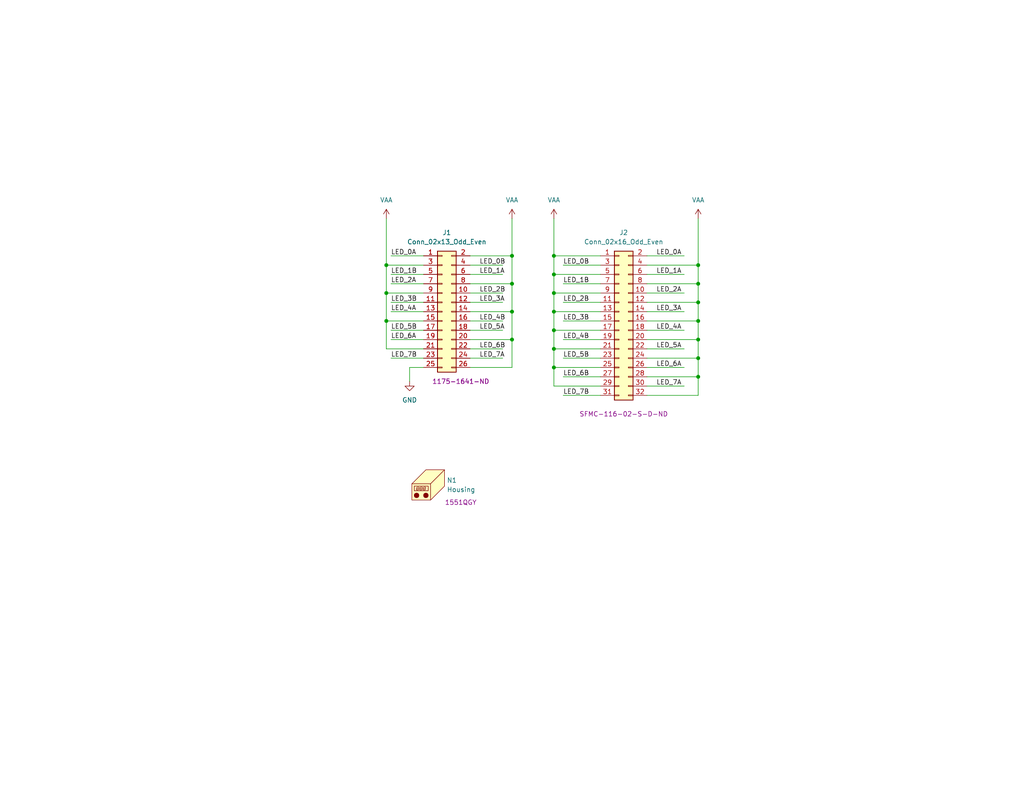
<source format=kicad_sch>
(kicad_sch (version 20230121) (generator eeschema)
  (paper "USLetter")
  (lib_symbols
    (symbol "Connector_Generic:Conn_02x13_Odd_Even" (pin_names (offset 1.016) hide)
      (property "Reference" "J" (at 1.27 17.78 0))
      (property "Value" "Conn_02x13_Odd_Even" (at 1.27 -17.78 0))
      (symbol "Conn_02x13_Odd_Even_1_1"
        (rectangle (start -1.27 -15.113) (end 0 -15.367) (stroke (width 0.1524)))
        (rectangle (start -1.27 -12.573) (end 0 -12.827) (stroke (width 0.1524)))
        (rectangle (start -1.27 -10.033) (end 0 -10.287) (stroke (width 0.1524)))
        (rectangle (start -1.27 -7.493) (end 0 -7.747) (stroke (width 0.1524)))
        (rectangle (start -1.27 -4.953) (end 0 -5.207) (stroke (width 0.1524)))
        (rectangle (start -1.27 -2.413) (end 0 -2.667) (stroke (width 0.1524)))
        (rectangle (start -1.27 0.127) (end 0 -0.127) (stroke (width 0.1524)))
        (rectangle (start -1.27 2.667) (end 0 2.413) (stroke (width 0.1524)))
        (rectangle (start -1.27 5.207) (end 0 4.953) (stroke (width 0.1524)))
        (rectangle (start -1.27 7.747) (end 0 7.493) (stroke (width 0.1524)))
        (rectangle (start -1.27 10.287) (end 0 10.033) (stroke (width 0.1524)))
        (rectangle (start -1.27 12.827) (end 0 12.573) (stroke (width 0.1524)))
        (rectangle (start -1.27 15.367) (end 0 15.113) (stroke (width 0.1524)))
        (rectangle (start -1.27 16.51) (end 3.81 -16.51) (stroke (width 0.254)) (fill (type background)))
        (rectangle (start 3.81 -15.113) (end 2.54 -15.367) (stroke (width 0.1524)))
        (rectangle (start 3.81 -12.573) (end 2.54 -12.827) (stroke (width 0.1524)))
        (rectangle (start 3.81 -10.033) (end 2.54 -10.287) (stroke (width 0.1524)))
        (rectangle (start 3.81 -7.493) (end 2.54 -7.747) (stroke (width 0.1524)))
        (rectangle (start 3.81 -4.953) (end 2.54 -5.207) (stroke (width 0.1524)))
        (rectangle (start 3.81 -2.413) (end 2.54 -2.667) (stroke (width 0.1524)))
        (rectangle (start 3.81 0.127) (end 2.54 -0.127) (stroke (width 0.1524)))
        (rectangle (start 3.81 2.667) (end 2.54 2.413) (stroke (width 0.1524)))
        (rectangle (start 3.81 5.207) (end 2.54 4.953) (stroke (width 0.1524)))
        (rectangle (start 3.81 7.747) (end 2.54 7.493) (stroke (width 0.1524)))
        (rectangle (start 3.81 10.287) (end 2.54 10.033) (stroke (width 0.1524)))
        (rectangle (start 3.81 12.827) (end 2.54 12.573) (stroke (width 0.1524)))
        (rectangle (start 3.81 15.367) (end 2.54 15.113) (stroke (width 0.1524)))
        (pin passive line (at -5.08 15.24 0) (length 3.81) (name "Pin_1") (number "1"))
        (pin passive line (at 7.62 5.08 180) (length 3.81) (name "Pin_10") (number "10"))
        (pin passive line (at -5.08 2.54 0) (length 3.81) (name "Pin_11") (number "11"))
        (pin passive line (at 7.62 2.54 180) (length 3.81) (name "Pin_12") (number "12"))
        (pin passive line (at -5.08 0 0) (length 3.81) (name "Pin_13") (number "13"))
        (pin passive line (at 7.62 0 180) (length 3.81) (name "Pin_14") (number "14"))
        (pin passive line (at -5.08 -2.54 0) (length 3.81) (name "Pin_15") (number "15"))
        (pin passive line (at 7.62 -2.54 180) (length 3.81) (name "Pin_16") (number "16"))
        (pin passive line (at -5.08 -5.08 0) (length 3.81) (name "Pin_17") (number "17"))
        (pin passive line (at 7.62 -5.08 180) (length 3.81) (name "Pin_18") (number "18"))
        (pin passive line (at -5.08 -7.62 0) (length 3.81) (name "Pin_19") (number "19"))
        (pin passive line (at 7.62 15.24 180) (length 3.81) (name "Pin_2") (number "2"))
        (pin passive line (at 7.62 -7.62 180) (length 3.81) (name "Pin_20") (number "20"))
        (pin passive line (at -5.08 -10.16 0) (length 3.81) (name "Pin_21") (number "21"))
        (pin passive line (at 7.62 -10.16 180) (length 3.81) (name "Pin_22") (number "22"))
        (pin passive line (at -5.08 -12.7 0) (length 3.81) (name "Pin_23") (number "23"))
        (pin passive line (at 7.62 -12.7 180) (length 3.81) (name "Pin_24") (number "24"))
        (pin passive line (at -5.08 -15.24 0) (length 3.81) (name "Pin_25") (number "25"))
        (pin passive line (at 7.62 -15.24 180) (length 3.81) (name "Pin_26") (number "26"))
        (pin passive line (at -5.08 12.7 0) (length 3.81) (name "Pin_3") (number "3"))
        (pin passive line (at 7.62 12.7 180) (length 3.81) (name "Pin_4") (number "4"))
        (pin passive line (at -5.08 10.16 0) (length 3.81) (name "Pin_5") (number "5"))
        (pin passive line (at 7.62 10.16 180) (length 3.81) (name "Pin_6") (number "6"))
        (pin passive line (at -5.08 7.62 0) (length 3.81) (name "Pin_7") (number "7"))
        (pin passive line (at 7.62 7.62 180) (length 3.81) (name "Pin_8") (number "8"))
        (pin passive line (at -5.08 5.08 0) (length 3.81) (name "Pin_9") (number "9"))
      )
    )
    (symbol "Connector_Generic:Conn_02x16_Odd_Even" (pin_names (offset 1.016) hide)
      (property "Reference" "J" (at 1.27 20.32 0))
      (property "Value" "Conn_02x16_Odd_Even" (at 1.27 -22.86 0))
      (symbol "Conn_02x16_Odd_Even_1_1"
        (rectangle (start -1.27 -20.193) (end 0 -20.447) (stroke (width 0.1524)))
        (rectangle (start -1.27 -17.653) (end 0 -17.907) (stroke (width 0.1524)))
        (rectangle (start -1.27 -15.113) (end 0 -15.367) (stroke (width 0.1524)))
        (rectangle (start -1.27 -12.573) (end 0 -12.827) (stroke (width 0.1524)))
        (rectangle (start -1.27 -10.033) (end 0 -10.287) (stroke (width 0.1524)))
        (rectangle (start -1.27 -7.493) (end 0 -7.747) (stroke (width 0.1524)))
        (rectangle (start -1.27 -4.953) (end 0 -5.207) (stroke (width 0.1524)))
        (rectangle (start -1.27 -2.413) (end 0 -2.667) (stroke (width 0.1524)))
        (rectangle (start -1.27 0.127) (end 0 -0.127) (stroke (width 0.1524)))
        (rectangle (start -1.27 2.667) (end 0 2.413) (stroke (width 0.1524)))
        (rectangle (start -1.27 5.207) (end 0 4.953) (stroke (width 0.1524)))
        (rectangle (start -1.27 7.747) (end 0 7.493) (stroke (width 0.1524)))
        (rectangle (start -1.27 10.287) (end 0 10.033) (stroke (width 0.1524)))
        (rectangle (start -1.27 12.827) (end 0 12.573) (stroke (width 0.1524)))
        (rectangle (start -1.27 15.367) (end 0 15.113) (stroke (width 0.1524)))
        (rectangle (start -1.27 17.907) (end 0 17.653) (stroke (width 0.1524)))
        (rectangle (start -1.27 19.05) (end 3.81 -21.59) (stroke (width 0.254)) (fill (type background)))
        (rectangle (start 3.81 -20.193) (end 2.54 -20.447) (stroke (width 0.1524)))
        (rectangle (start 3.81 -17.653) (end 2.54 -17.907) (stroke (width 0.1524)))
        (rectangle (start 3.81 -15.113) (end 2.54 -15.367) (stroke (width 0.1524)))
        (rectangle (start 3.81 -12.573) (end 2.54 -12.827) (stroke (width 0.1524)))
        (rectangle (start 3.81 -10.033) (end 2.54 -10.287) (stroke (width 0.1524)))
        (rectangle (start 3.81 -7.493) (end 2.54 -7.747) (stroke (width 0.1524)))
        (rectangle (start 3.81 -4.953) (end 2.54 -5.207) (stroke (width 0.1524)))
        (rectangle (start 3.81 -2.413) (end 2.54 -2.667) (stroke (width 0.1524)))
        (rectangle (start 3.81 0.127) (end 2.54 -0.127) (stroke (width 0.1524)))
        (rectangle (start 3.81 2.667) (end 2.54 2.413) (stroke (width 0.1524)))
        (rectangle (start 3.81 5.207) (end 2.54 4.953) (stroke (width 0.1524)))
        (rectangle (start 3.81 7.747) (end 2.54 7.493) (stroke (width 0.1524)))
        (rectangle (start 3.81 10.287) (end 2.54 10.033) (stroke (width 0.1524)))
        (rectangle (start 3.81 12.827) (end 2.54 12.573) (stroke (width 0.1524)))
        (rectangle (start 3.81 15.367) (end 2.54 15.113) (stroke (width 0.1524)))
        (rectangle (start 3.81 17.907) (end 2.54 17.653) (stroke (width 0.1524)))
        (pin passive line (at -5.08 17.78 0) (length 3.81) (name "Pin_1") (number "1"))
        (pin passive line (at 7.62 7.62 180) (length 3.81) (name "Pin_10") (number "10"))
        (pin passive line (at -5.08 5.08 0) (length 3.81) (name "Pin_11") (number "11"))
        (pin passive line (at 7.62 5.08 180) (length 3.81) (name "Pin_12") (number "12"))
        (pin passive line (at -5.08 2.54 0) (length 3.81) (name "Pin_13") (number "13"))
        (pin passive line (at 7.62 2.54 180) (length 3.81) (name "Pin_14") (number "14"))
        (pin passive line (at -5.08 0 0) (length 3.81) (name "Pin_15") (number "15"))
        (pin passive line (at 7.62 0 180) (length 3.81) (name "Pin_16") (number "16"))
        (pin passive line (at -5.08 -2.54 0) (length 3.81) (name "Pin_17") (number "17"))
        (pin passive line (at 7.62 -2.54 180) (length 3.81) (name "Pin_18") (number "18"))
        (pin passive line (at -5.08 -5.08 0) (length 3.81) (name "Pin_19") (number "19"))
        (pin passive line (at 7.62 17.78 180) (length 3.81) (name "Pin_2") (number "2"))
        (pin passive line (at 7.62 -5.08 180) (length 3.81) (name "Pin_20") (number "20"))
        (pin passive line (at -5.08 -7.62 0) (length 3.81) (name "Pin_21") (number "21"))
        (pin passive line (at 7.62 -7.62 180) (length 3.81) (name "Pin_22") (number "22"))
        (pin passive line (at -5.08 -10.16 0) (length 3.81) (name "Pin_23") (number "23"))
        (pin passive line (at 7.62 -10.16 180) (length 3.81) (name "Pin_24") (number "24"))
        (pin passive line (at -5.08 -12.7 0) (length 3.81) (name "Pin_25") (number "25"))
        (pin passive line (at 7.62 -12.7 180) (length 3.81) (name "Pin_26") (number "26"))
        (pin passive line (at -5.08 -15.24 0) (length 3.81) (name "Pin_27") (number "27"))
        (pin passive line (at 7.62 -15.24 180) (length 3.81) (name "Pin_28") (number "28"))
        (pin passive line (at -5.08 -17.78 0) (length 3.81) (name "Pin_29") (number "29"))
        (pin passive line (at -5.08 15.24 0) (length 3.81) (name "Pin_3") (number "3"))
        (pin passive line (at 7.62 -17.78 180) (length 3.81) (name "Pin_30") (number "30"))
        (pin passive line (at -5.08 -20.32 0) (length 3.81) (name "Pin_31") (number "31"))
        (pin passive line (at 7.62 -20.32 180) (length 3.81) (name "Pin_32") (number "32"))
        (pin passive line (at 7.62 15.24 180) (length 3.81) (name "Pin_4") (number "4"))
        (pin passive line (at -5.08 12.7 0) (length 3.81) (name "Pin_5") (number "5"))
        (pin passive line (at 7.62 12.7 180) (length 3.81) (name "Pin_6") (number "6"))
        (pin passive line (at -5.08 10.16 0) (length 3.81) (name "Pin_7") (number "7"))
        (pin passive line (at 7.62 10.16 180) (length 3.81) (name "Pin_8") (number "8"))
        (pin passive line (at -5.08 7.62 0) (length 3.81) (name "Pin_9") (number "9"))
      )
    )
    (symbol "Mechanical:Housing" (pin_names (offset 1.016))
      (property "Reference" "N" (at 3.81 0 0))
      (property "Value" "Housing" (at 3.81 -1.905 0))
      (symbol "Housing_0_1"
        (rectangle (start -5.08 -0.635) (end -1.27 -1.905))
        (circle (center -4.445 -3.175) (radius 0.635) (fill (type outline)))
        (circle (center -1.905 -3.175) (radius 0.635) (fill (type outline)))
        (polyline (pts (xy -4.5212 -1.5748) (xy -4.4704 -1.3716)))
        (polyline (pts (xy -4.4196 -1.6764) (xy -4.064 -1.6764)))
        (polyline (pts (xy -4.4196 -1.2192) (xy -4.3688 -0.9652)))
        (polyline (pts (xy -4.318 -1.3208) (xy -4.0132 -1.3208)))
        (polyline (pts (xy -4.2164 -0.9144) (xy -3.9116 -0.9144)))
        (polyline (pts (xy -3.9116 -1.6256) (xy -3.8608 -1.3716)))
        (polyline (pts (xy -3.81 -1.2192) (xy -3.7592 -0.9652)))
        (polyline (pts (xy -3.6068 -1.5748) (xy -3.556 -1.3716)))
        (polyline (pts (xy -3.5052 -1.6764) (xy -3.1496 -1.6764)))
        (polyline (pts (xy -3.5052 -1.2192) (xy -3.4544 -0.9652)))
        (polyline (pts (xy -3.4036 -1.3208) (xy -3.0988 -1.3208)))
        (polyline (pts (xy -3.302 -0.9144) (xy -2.9972 -0.9144)))
        (polyline (pts (xy -2.9972 -1.6256) (xy -2.9464 -1.3716)))
        (polyline (pts (xy -2.8956 -1.2192) (xy -2.8448 -0.9652)))
        (polyline (pts (xy -2.6924 -1.5748) (xy -2.6416 -1.3716)))
        (polyline (pts (xy -2.5908 -1.6764) (xy -2.2352 -1.6764)))
        (polyline (pts (xy -2.5908 -1.2192) (xy -2.54 -0.9652)))
        (polyline (pts (xy -2.4892 -1.3208) (xy -2.1844 -1.3208)))
        (polyline (pts (xy -2.3876 -0.9144) (xy -2.0828 -0.9144)))
        (polyline (pts (xy -2.0828 -1.6256) (xy -2.032 -1.3716)))
        (polyline (pts (xy -1.9812 -1.2192) (xy -1.9304 -0.9652)))
        (polyline (pts (xy -0.635 0) (xy -0.635 -4.445)))
        (polyline (pts (xy -5.715 0) (xy -0.635 0) (xy 3.175 3.81)))
        (polyline (pts (xy -5.715 0) (xy -5.715 -4.445) (xy -0.635 -4.445) (xy 3.175 -0.635) (xy 3.175 3.81) (xy -1.905 3.81) (xy -5.715 0)) (fill (type background)))
      )
    )
    (symbol "power:GND" (power) (pin_names (offset 0))
      (property "Value" "GND" (at 0 -3.81 0))
      (symbol "GND_0_1"
        (polyline (pts (xy 0 0) (xy 0 -1.27) (xy 1.27 -1.27) (xy 0 -2.54) (xy -1.27 -1.27) (xy 0 -1.27)))
      )
      (symbol "GND_1_1"
        (pin power_in line (at 0 0 270) (length 0) hide (name "GND") (number "1"))
      )
    )
    (symbol "power:VAA" (power) (pin_names (offset 0))
      (property "Value" "VAA" (at 0 3.81 0))
      (symbol "VAA_0_1"
        (polyline (pts (xy -0.762 1.27) (xy 0 2.54)))
        (polyline (pts (xy 0 0) (xy 0 2.54)))
        (polyline (pts (xy 0 2.54) (xy 0.762 1.27)))
      )
      (symbol "VAA_1_1"
        (pin power_in line (at 0 0 90) (length 0) hide (name "VAA") (number "1"))
      )
    )
  )
  (junction (at 151.13 90.17))
  (junction (at 151.13 95.25))
  (junction (at 190.5 77.47))
  (junction (at 190.5 87.63))
  (junction (at 151.13 80.01))
  (junction (at 105.41 80.01))
  (junction (at 151.13 85.09))
  (junction (at 190.5 97.79))
  (junction (at 151.13 100.33))
  (junction (at 190.5 82.55))
  (junction (at 105.41 72.39))
  (junction (at 139.7 77.47))
  (junction (at 139.7 85.09))
  (junction (at 190.5 92.71))
  (junction (at 139.7 92.71))
  (junction (at 151.13 74.93))
  (junction (at 139.7 69.85))
  (junction (at 105.41 87.63))
  (junction (at 151.13 69.85))
  (junction (at 190.5 102.87))
  (junction (at 190.5 72.39))
  (wire (pts (xy 139.7 85.09) (xy 139.7 77.47)))
  (wire (pts (xy 115.57 80.01) (xy 105.41 80.01)))
  (wire (pts (xy 151.13 80.01) (xy 151.13 74.93)))
  (wire (pts (xy 190.5 97.79) (xy 190.5 92.71)))
  (wire (pts (xy 128.27 82.55) (xy 137.16 82.55)))
  (wire (pts (xy 153.67 77.47) (xy 163.83 77.47)))
  (wire (pts (xy 163.83 95.25) (xy 151.13 95.25)))
  (wire (pts (xy 163.83 90.17) (xy 151.13 90.17)))
  (wire (pts (xy 151.13 95.25) (xy 151.13 90.17)))
  (wire (pts (xy 176.53 80.01) (xy 186.69 80.01)))
  (wire (pts (xy 128.27 100.33) (xy 139.7 100.33)))
  (wire (pts (xy 139.7 77.47) (xy 139.7 69.85)))
  (wire (pts (xy 106.68 77.47) (xy 115.57 77.47)))
  (wire (pts (xy 105.41 95.25) (xy 105.41 87.63)))
  (wire (pts (xy 151.13 59.69) (xy 151.13 69.85)))
  (wire (pts (xy 105.41 80.01) (xy 105.41 72.39)))
  (wire (pts (xy 190.5 102.87) (xy 190.5 107.95)))
  (wire (pts (xy 153.67 87.63) (xy 163.83 87.63)))
  (wire (pts (xy 190.5 92.71) (xy 190.5 87.63)))
  (wire (pts (xy 153.67 107.95) (xy 163.83 107.95)))
  (wire (pts (xy 176.53 85.09) (xy 186.69 85.09)))
  (wire (pts (xy 128.27 95.25) (xy 137.16 95.25)))
  (wire (pts (xy 128.27 92.71) (xy 139.7 92.71)))
  (wire (pts (xy 106.68 90.17) (xy 115.57 90.17)))
  (wire (pts (xy 115.57 95.25) (xy 105.41 95.25)))
  (wire (pts (xy 128.27 74.93) (xy 137.16 74.93)))
  (wire (pts (xy 105.41 87.63) (xy 105.41 80.01)))
  (wire (pts (xy 163.83 74.93) (xy 151.13 74.93)))
  (wire (pts (xy 151.13 90.17) (xy 151.13 85.09)))
  (wire (pts (xy 176.53 74.93) (xy 186.69 74.93)))
  (wire (pts (xy 176.53 102.87) (xy 190.5 102.87)))
  (wire (pts (xy 105.41 59.69) (xy 105.41 72.39)))
  (wire (pts (xy 153.67 92.71) (xy 163.83 92.71)))
  (wire (pts (xy 176.53 87.63) (xy 190.5 87.63)))
  (wire (pts (xy 128.27 77.47) (xy 139.7 77.47)))
  (wire (pts (xy 163.83 80.01) (xy 151.13 80.01)))
  (wire (pts (xy 106.68 74.93) (xy 115.57 74.93)))
  (wire (pts (xy 190.5 87.63) (xy 190.5 82.55)))
  (wire (pts (xy 128.27 72.39) (xy 137.16 72.39)))
  (wire (pts (xy 190.5 97.79) (xy 190.5 102.87)))
  (wire (pts (xy 128.27 87.63) (xy 137.16 87.63)))
  (wire (pts (xy 153.67 72.39) (xy 163.83 72.39)))
  (wire (pts (xy 139.7 85.09) (xy 139.7 92.71)))
  (wire (pts (xy 128.27 97.79) (xy 137.16 97.79)))
  (wire (pts (xy 115.57 72.39) (xy 105.41 72.39)))
  (wire (pts (xy 106.68 92.71) (xy 115.57 92.71)))
  (wire (pts (xy 176.53 92.71) (xy 190.5 92.71)))
  (wire (pts (xy 190.5 77.47) (xy 190.5 72.39)))
  (wire (pts (xy 176.53 100.33) (xy 186.69 100.33)))
  (wire (pts (xy 111.76 104.14) (xy 111.76 100.33)))
  (wire (pts (xy 176.53 105.41) (xy 186.69 105.41)))
  (wire (pts (xy 163.83 69.85) (xy 151.13 69.85)))
  (wire (pts (xy 153.67 102.87) (xy 163.83 102.87)))
  (wire (pts (xy 176.53 82.55) (xy 190.5 82.55)))
  (wire (pts (xy 190.5 59.69) (xy 190.5 72.39)))
  (wire (pts (xy 106.68 69.85) (xy 115.57 69.85)))
  (wire (pts (xy 128.27 90.17) (xy 137.16 90.17)))
  (wire (pts (xy 128.27 69.85) (xy 139.7 69.85)))
  (wire (pts (xy 115.57 87.63) (xy 105.41 87.63)))
  (wire (pts (xy 111.76 100.33) (xy 115.57 100.33)))
  (wire (pts (xy 176.53 90.17) (xy 186.69 90.17)))
  (wire (pts (xy 176.53 107.95) (xy 190.5 107.95)))
  (wire (pts (xy 190.5 82.55) (xy 190.5 77.47)))
  (wire (pts (xy 176.53 69.85) (xy 186.69 69.85)))
  (wire (pts (xy 163.83 85.09) (xy 151.13 85.09)))
  (wire (pts (xy 106.68 85.09) (xy 115.57 85.09)))
  (wire (pts (xy 163.83 100.33) (xy 151.13 100.33)))
  (wire (pts (xy 151.13 74.93) (xy 151.13 69.85)))
  (wire (pts (xy 176.53 95.25) (xy 186.69 95.25)))
  (wire (pts (xy 128.27 85.09) (xy 139.7 85.09)))
  (wire (pts (xy 163.83 105.41) (xy 151.13 105.41)))
  (wire (pts (xy 151.13 105.41) (xy 151.13 100.33)))
  (wire (pts (xy 151.13 100.33) (xy 151.13 95.25)))
  (wire (pts (xy 139.7 59.69) (xy 139.7 69.85)))
  (wire (pts (xy 128.27 80.01) (xy 137.16 80.01)))
  (wire (pts (xy 139.7 100.33) (xy 139.7 92.71)))
  (wire (pts (xy 176.53 97.79) (xy 190.5 97.79)))
  (wire (pts (xy 153.67 97.79) (xy 163.83 97.79)))
  (wire (pts (xy 106.68 97.79) (xy 115.57 97.79)))
  (wire (pts (xy 151.13 85.09) (xy 151.13 80.01)))
  (wire (pts (xy 176.53 77.47) (xy 190.5 77.47)))
  (wire (pts (xy 153.67 82.55) (xy 163.83 82.55)))
  (wire (pts (xy 176.53 72.39) (xy 190.5 72.39)))
  (wire (pts (xy 106.68 82.55) (xy 115.57 82.55)))
  (label "LED_6B" (at 153.67 102.87 0))
  (label "LED_5A" (at 179.07 95.25 0))
  (label "LED_7A" (at 130.81 97.79 0))
  (label "LED_7B" (at 153.67 107.95 0))
  (label "LED_7B" (at 106.68 97.79 0))
  (label "LED_6B" (at 130.81 95.25 0))
  (label "LED_6A" (at 106.68 92.71 0))
  (label "LED_7A" (at 179.07 105.41 0))
  (label "LED_2B" (at 130.81 80.01 0))
  (label "LED_5B" (at 106.68 90.17 0))
  (label "LED_4A" (at 179.07 90.17 0))
  (label "LED_5A" (at 130.81 90.17 0))
  (label "LED_0A" (at 106.68 69.85 0))
  (label "LED_4A" (at 106.68 85.09 0))
  (label "LED_1A" (at 130.81 74.93 0))
  (label "LED_1B" (at 153.67 77.47 0))
  (label "LED_2B" (at 153.67 82.55 0))
  (label "LED_1A" (at 179.07 74.93 0))
  (label "LED_2A" (at 179.07 80.01 0))
  (label "LED_4B" (at 130.81 87.63 0))
  (label "LED_3B" (at 106.68 82.55 0))
  (label "LED_1B" (at 106.68 74.93 0))
  (label "LED_2A" (at 106.68 77.47 0))
  (label "LED_3B" (at 153.67 87.63 0))
  (label "LED_3A" (at 179.07 85.09 0))
  (label "LED_0B" (at 130.81 72.39 0))
  (label "LED_0B" (at 153.67 72.39 0))
  (label "LED_4B" (at 153.67 92.71 0))
  (label "LED_3A" (at 130.81 82.55 0))
  (label "LED_0A" (at 179.07 69.85 0))
  (label "LED_5B" (at 153.67 97.79 0))
  (label "LED_6A" (at 179.07 100.33 0))
  (symbol (lib_id "power:VAA") (at 190.5 59.69 0) (unit 1)
    (property "Reference" "#PWR05" (effects hide))
    (property "Value" "VAA" (at 190.5 54.61 0))
  )
  (symbol (lib_id "power:VAA") (at 105.41 59.69 0) (unit 1)
    (property "Reference" "#PWR02" (effects hide))
    (property "Value" "VAA" (at 105.41 54.61 0))
  )
  (symbol (lib_id "power:VAA") (at 151.13 59.69 0) (unit 1)
    (property "Reference" "#PWR04" (effects hide))
    (property "Value" "VAA" (at 151.13 54.61 0))
  )
  (symbol (lib_id "Connector_Generic:Conn_02x13_Odd_Even") (at 120.65 85.09 0) (unit 1)
    (property "Reference" "J1" (at 121.92 63.5 0))
    (property "Value" "Conn_02x13_Odd_Even" (at 121.92 66.04 0))
    (property "Footprint" "models:SAMTEC_SHF-113-01-L-D-SM" (effects hide))
    (property "CatNo" "1175-1641-ND" (at 125.73 104.14 0))
    (property "MfgNo" "3220-26-0300-00" (effects hide))
  )
  (symbol (lib_id "Connector_Generic:Conn_02x16_Odd_Even") (at 168.91 87.63 0) (unit 1)
    (property "Reference" "J2" (at 170.18 63.5 0))
    (property "Value" "Conn_02x16_Odd_Even" (at 170.18 66.04 0))
    (property "Footprint" "my_samtec_swap:SAMTEC_SFMC-116-02-S-D_swap12" (effects hide))
    (property "CatNo" "SFMC-116-02-S-D-ND" (at 170.18 113.03 0))
    (property "MfgNo" "SFMC-116-02-S-D" (effects hide))
  )
  (symbol (lib_id "power:GND") (at 111.76 104.14 0) (unit 1)
    (property "Reference" "#PWR01" (effects hide))
    (property "Value" "GND" (at 111.76 109.22 0))
  )
  (symbol (lib_id "power:VAA") (at 139.7 59.69 0) (unit 1)
    (property "Reference" "#PWR03" (effects hide))
    (property "Value" "VAA" (at 139.7 54.61 0))
  )
  (symbol (lib_id "Mechanical:Housing") (at 118.11 132.08 0) (unit 1)
    (property "Reference" "N1" (at 121.92 131.1275 0) (effects (justify left)))
    (property "Value" "Housing" (at 121.92 133.6675 0) (effects (justify left)))
    (property "Footprint" "AA_Hammond:1551QGY" (effects hide))
    (property "MfgNo" "1551QGY" (at 125.73 137.16 0))
    (property "CatNo" "HM1128-ND" (effects hide))
  )
)
</source>
